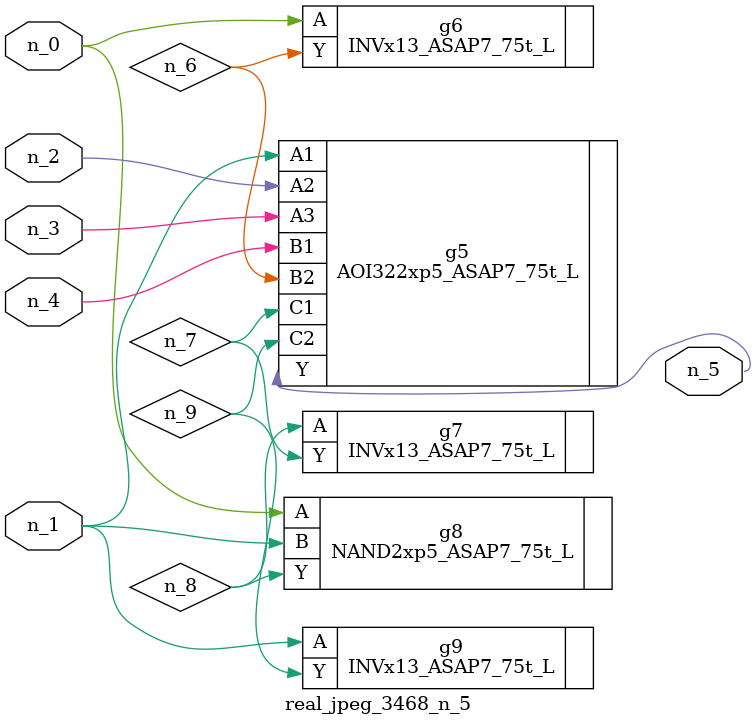
<source format=v>
module real_jpeg_3468_n_5 (n_4, n_0, n_1, n_2, n_3, n_5);

input n_4;
input n_0;
input n_1;
input n_2;
input n_3;

output n_5;

wire n_8;
wire n_6;
wire n_7;
wire n_9;

INVx13_ASAP7_75t_L g6 ( 
.A(n_0),
.Y(n_6)
);

NAND2xp5_ASAP7_75t_L g8 ( 
.A(n_0),
.B(n_1),
.Y(n_8)
);

AOI322xp5_ASAP7_75t_L g5 ( 
.A1(n_1),
.A2(n_2),
.A3(n_3),
.B1(n_4),
.B2(n_6),
.C1(n_7),
.C2(n_9),
.Y(n_5)
);

INVx13_ASAP7_75t_L g9 ( 
.A(n_1),
.Y(n_9)
);

INVx13_ASAP7_75t_L g7 ( 
.A(n_8),
.Y(n_7)
);


endmodule
</source>
